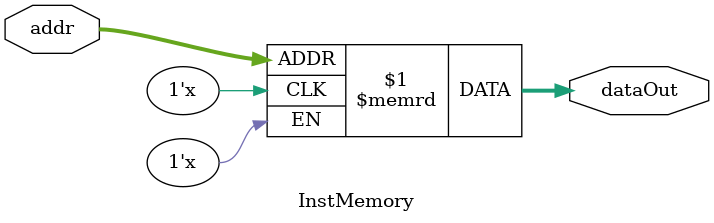
<source format=v>
`ifndef _INST_MEMORY_
`define _INST_MEMORY_

module InstMemory(
input[ADDR_BIT_WIDTH - 1: 0] addr,
output[DATA_BIT_WIDTH - 1: 0] dataOut
);

parameter MEM_INIT_FILE = "";
parameter ADDR_BIT_WIDTH = 11;
parameter DATA_BIT_WIDTH = 32;
parameter N_WORDS = (1 << ADDR_BIT_WIDTH);

(* ram_init_file = MEM_INIT_FILE *)
reg[DATA_BIT_WIDTH - 1: 0] data[0: N_WORDS - 1];

assign dataOut = data[addr];

endmodule

`endif //_INST_MEMORY_
</source>
